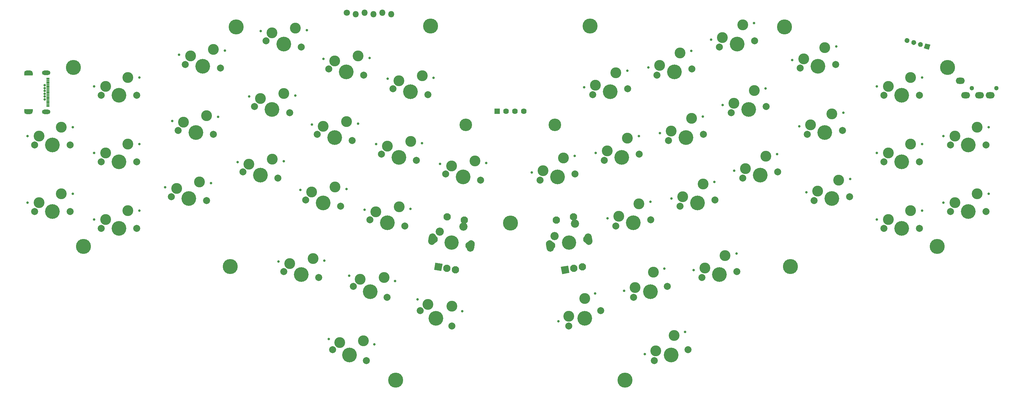
<source format=gbr>
%TF.GenerationSoftware,KiCad,Pcbnew,(5.1.6)-1*%
%TF.CreationDate,2020-09-17T21:57:32+09:00*%
%TF.ProjectId,yacc46,79616363-3436-42e6-9b69-6361645f7063,rev?*%
%TF.SameCoordinates,Original*%
%TF.FileFunction,Soldermask,Top*%
%TF.FilePolarity,Negative*%
%FSLAX46Y46*%
G04 Gerber Fmt 4.6, Leading zero omitted, Abs format (unit mm)*
G04 Created by KiCad (PCBNEW (5.1.6)-1) date 2020-09-17 21:57:32*
%MOMM*%
%LPD*%
G01*
G04 APERTURE LIST*
%ADD10R,1.624000X1.624000*%
%ADD11C,1.624000*%
%ADD12O,2.600000X1.800000*%
%ADD13C,1.300000*%
%ADD14C,2.350000*%
%ADD15C,4.087800*%
%ADD16C,2.100000*%
%ADD17C,0.100000*%
%ADD18C,3.600000*%
%ADD19C,0.700000*%
%ADD20C,3.100000*%
%ADD21C,2.000000*%
%ADD22C,4.200000*%
%ADD23C,4.300000*%
%ADD24O,1.800000X1.800000*%
%ADD25C,1.800000*%
%ADD26R,0.360000X0.750000*%
%ADD27R,2.400000X0.350000*%
%ADD28R,0.950000X0.330000*%
%ADD29R,0.950000X0.560000*%
%ADD30O,2.400000X1.300000*%
G04 APERTURE END LIST*
D10*
%TO.C,J2*%
X160960600Y-56180000D03*
D11*
X163500600Y-56180000D03*
X166040600Y-56180000D03*
X168580600Y-56180000D03*
%TD*%
D12*
%TO.C,J5*%
X293530000Y-47450000D03*
X295030000Y-51650000D03*
X299030000Y-51650000D03*
X302030000Y-51650000D03*
D13*
X296830000Y-49550000D03*
X303830000Y-49550000D03*
%TD*%
D14*
%TO.C,SW19*%
X151311876Y-89209681D03*
D15*
X147928332Y-93771438D03*
D14*
X144617281Y-90608427D03*
D16*
X142925509Y-92889305D03*
X152931155Y-94653571D03*
D17*
G36*
X145015669Y-101939755D02*
G01*
X142947572Y-101575094D01*
X143312233Y-99506997D01*
X145380330Y-99871658D01*
X145015669Y-101939755D01*
G37*
D16*
X146625971Y-101157496D03*
X149087990Y-101591617D03*
G36*
G01*
X142126890Y-94423941D02*
X142126889Y-94423941D01*
G75*
G02*
X141275172Y-93207562I182331J1034048D01*
G01*
X141483550Y-92025792D01*
G75*
G02*
X142699929Y-91174075I1034048J-182331D01*
G01*
X142699929Y-91174075D01*
G75*
G02*
X143551646Y-92390454I-182331J-1034048D01*
G01*
X143343268Y-93572224D01*
G75*
G02*
X142126889Y-94423941I-1034048J182331D01*
G01*
G37*
G36*
G01*
X153156736Y-96368801D02*
X153156735Y-96368801D01*
G75*
G02*
X152305018Y-95152422I182331J1034048D01*
G01*
X152513396Y-93970652D01*
G75*
G02*
X153729775Y-93118935I1034048J-182331D01*
G01*
X153729775Y-93118935D01*
G75*
G02*
X154581492Y-94335314I-182331J-1034048D01*
G01*
X154373114Y-95517084D01*
G75*
G02*
X153156735Y-96368801I-1034048J182331D01*
G01*
G37*
X146681850Y-86443663D03*
X151605889Y-87311904D03*
%TD*%
D14*
%TO.C,SW36*%
X183232192Y-88327548D03*
D15*
X181612913Y-93771438D03*
D14*
X177419729Y-91931626D03*
D16*
X176610090Y-94653571D03*
X186615736Y-92889305D03*
D17*
G36*
X181669634Y-102443335D02*
G01*
X179601537Y-102807996D01*
X179236876Y-100739899D01*
X181304973Y-100375238D01*
X181669634Y-102443335D01*
G37*
D16*
X182915274Y-101157496D03*
X185377294Y-100723376D03*
G36*
G01*
X176384509Y-96368801D02*
X176384510Y-96368801D01*
G75*
G02*
X175168131Y-95517084I-182331J1034048D01*
G01*
X174959753Y-94335314D01*
G75*
G02*
X175811470Y-93118935I1034048J182331D01*
G01*
X175811470Y-93118935D01*
G75*
G02*
X177027849Y-93970652I182331J-1034048D01*
G01*
X177236227Y-95152422D01*
G75*
G02*
X176384510Y-96368801I-1034048J-182331D01*
G01*
G37*
G36*
G01*
X187414355Y-94423941D02*
X187414356Y-94423941D01*
G75*
G02*
X186197977Y-93572224I-182331J1034048D01*
G01*
X185989599Y-92390454D01*
G75*
G02*
X186841316Y-91174075I1034048J182331D01*
G01*
X186841316Y-91174075D01*
G75*
G02*
X188057695Y-92025792I182331J-1034048D01*
G01*
X188266073Y-93207562D01*
G75*
G02*
X187414356Y-94423941I-1034048J-182331D01*
G01*
G37*
X177935356Y-87311904D03*
X182859395Y-86443663D03*
%TD*%
D18*
%TO.C,HOLE14*%
X177501200Y-60110000D03*
%TD*%
%TO.C,HOLE13*%
X152040000Y-60110000D03*
%TD*%
D19*
%TO.C,SW1*%
X45715000Y-49035000D03*
X58642000Y-46495000D03*
D20*
X55340000Y-46495000D03*
X48990000Y-49035000D03*
D21*
X47720000Y-51575000D03*
X57880000Y-51575000D03*
D22*
X52800000Y-51575000D03*
%TD*%
D19*
%TO.C,SW2*%
X69995304Y-40039858D03*
X83116991Y-38865012D03*
D20*
X79833079Y-38519859D03*
X73252363Y-40382189D03*
D21*
X71723818Y-42775523D03*
X81828160Y-43837533D03*
D22*
X76775989Y-43306528D03*
%TD*%
D19*
%TO.C,SW3*%
X93380267Y-33214266D03*
X106551944Y-32957604D03*
D20*
X103300108Y-32384218D03*
X96605513Y-33782964D03*
D21*
X94913741Y-36063842D03*
X104919387Y-37828108D03*
D22*
X99916564Y-36945975D03*
%TD*%
D19*
%TO.C,SW4*%
X111313855Y-41212411D03*
X124485532Y-40955749D03*
D20*
X121233696Y-40382363D03*
X114539101Y-41781109D03*
D21*
X112847329Y-44061987D03*
X122852975Y-45826253D03*
D22*
X117850152Y-44944120D03*
%TD*%
D19*
%TO.C,SW5*%
X129660943Y-46865482D03*
X142832620Y-46608820D03*
D20*
X139580784Y-46035434D03*
X132886189Y-47434180D03*
D21*
X131194417Y-49715058D03*
X141200063Y-51479324D03*
D22*
X136197240Y-50597191D03*
%TD*%
D19*
%TO.C,SW6*%
X26665000Y-63322500D03*
X39592000Y-60782500D03*
D20*
X36290000Y-60782500D03*
X29940000Y-63322500D03*
D21*
X28670000Y-65862500D03*
X38830000Y-65862500D03*
D22*
X33750000Y-65862500D03*
%TD*%
D19*
%TO.C,SW7*%
X45715000Y-68085000D03*
X58642000Y-65545000D03*
D20*
X55340000Y-65545000D03*
X48990000Y-68085000D03*
D21*
X47720000Y-70625000D03*
X57880000Y-70625000D03*
D22*
X52800000Y-70625000D03*
%TD*%
D19*
%TO.C,SW8*%
X68004036Y-58985500D03*
X81125723Y-57810654D03*
D20*
X77841811Y-57465501D03*
X71261095Y-59327831D03*
D21*
X69732550Y-61721165D03*
X79836892Y-62783175D03*
D22*
X74784721Y-62252170D03*
%TD*%
D19*
%TO.C,SW9*%
X90072269Y-51974854D03*
X103243946Y-51718192D03*
D20*
X99992110Y-51144806D03*
X93297515Y-52543552D03*
D21*
X91605743Y-54824430D03*
X101611389Y-56588696D03*
D22*
X96608566Y-55706563D03*
%TD*%
D19*
%TO.C,SW10*%
X108005857Y-59972999D03*
X121177534Y-59716337D03*
D20*
X117925698Y-59142951D03*
X111231103Y-60541697D03*
D21*
X109539331Y-62822575D03*
X119544977Y-64586841D03*
D22*
X114542154Y-63704708D03*
%TD*%
D19*
%TO.C,SW11*%
X126352945Y-65626070D03*
X139524622Y-65369408D03*
D20*
X136272786Y-64796022D03*
X129578191Y-66194768D03*
D21*
X127886419Y-68475646D03*
X137892065Y-70239912D03*
D22*
X132889242Y-69357779D03*
%TD*%
D19*
%TO.C,SW12*%
X144700033Y-71279141D03*
X157871710Y-71022479D03*
D20*
X154619874Y-70449093D03*
X147925279Y-71847839D03*
D21*
X146233507Y-74128717D03*
X156239153Y-75892983D03*
D22*
X151236330Y-75010850D03*
%TD*%
D19*
%TO.C,SW13*%
X26665000Y-82372500D03*
X39592000Y-79832500D03*
D20*
X36290000Y-79832500D03*
X29940000Y-82372500D03*
D21*
X28670000Y-84912500D03*
X38830000Y-84912500D03*
D22*
X33750000Y-84912500D03*
%TD*%
D19*
%TO.C,SW14*%
X45715000Y-87135000D03*
X58642000Y-84595000D03*
D20*
X55340000Y-84595000D03*
X48990000Y-87135000D03*
D21*
X47720000Y-89675000D03*
X57880000Y-89675000D03*
D22*
X52800000Y-89675000D03*
%TD*%
D19*
%TO.C,SW15*%
X66012769Y-77931142D03*
X79134456Y-76756296D03*
D20*
X75850544Y-76411143D03*
X69269828Y-78273473D03*
D21*
X67741283Y-80666807D03*
X77845625Y-81728817D03*
D22*
X72793454Y-81197812D03*
%TD*%
D19*
%TO.C,SW16*%
X86764271Y-70735442D03*
X99935948Y-70478780D03*
D20*
X96684112Y-69905394D03*
X89989517Y-71304140D03*
D21*
X88297745Y-73585018D03*
X98303391Y-75349284D03*
D22*
X93300568Y-74467151D03*
%TD*%
D19*
%TO.C,SW17*%
X104697859Y-78733586D03*
X117869536Y-78476924D03*
D20*
X114617700Y-77903538D03*
X107923105Y-79302284D03*
D21*
X106231333Y-81583162D03*
X116236979Y-83347428D03*
D22*
X111234156Y-82465295D03*
%TD*%
D19*
%TO.C,SW18*%
X123044947Y-84386658D03*
X136216624Y-84129996D03*
D20*
X132964788Y-83556610D03*
X126270193Y-84955356D03*
D21*
X124578421Y-87236234D03*
X134584067Y-89000500D03*
D22*
X129581244Y-88118367D03*
%TD*%
D19*
%TO.C,SW20*%
X98397586Y-99196287D03*
X111569263Y-98939625D03*
D20*
X108317427Y-98366239D03*
X101622832Y-99764985D03*
D21*
X99931060Y-102045863D03*
X109936706Y-103810129D03*
D22*
X104933883Y-102927996D03*
%TD*%
D19*
%TO.C,SW21*%
X118709046Y-103241793D03*
X131788256Y-104820772D03*
D20*
X128647868Y-103800398D03*
X121823756Y-104253824D03*
D21*
X119831011Y-106277056D03*
X129493745Y-109416668D03*
D22*
X124662378Y-107846862D03*
%TD*%
D19*
%TO.C,SW22*%
X138259810Y-110074738D03*
X150991983Y-113458624D03*
D20*
X148024165Y-112011123D03*
X141203360Y-111510403D03*
D21*
X138948429Y-113236609D03*
X148080177Y-117690459D03*
D22*
X143514303Y-115463534D03*
%TD*%
D19*
%TO.C,SW23*%
X112822272Y-121359419D03*
X125901482Y-122938398D03*
D20*
X122761094Y-121918024D03*
X115936982Y-122371450D03*
D21*
X113944237Y-124394682D03*
X123606971Y-127534294D03*
D22*
X118775604Y-125964488D03*
%TD*%
D19*
%TO.C,SW24*%
X185925576Y-49326077D03*
X198215119Y-44579915D03*
D20*
X194963284Y-45153301D03*
X189150821Y-48757379D03*
D21*
X188341182Y-51479324D03*
X198346828Y-49715058D03*
D22*
X193344005Y-50597191D03*
%TD*%
D19*
%TO.C,SW25*%
X204272664Y-43673006D03*
X216562207Y-38926844D03*
D20*
X213310372Y-39500230D03*
X207497909Y-43104308D03*
D21*
X206688270Y-45826253D03*
X216693916Y-44061987D03*
D22*
X211691093Y-44944120D03*
%TD*%
D19*
%TO.C,SW26*%
X222206252Y-35674861D03*
X234495795Y-30928699D03*
D20*
X231243960Y-31502085D03*
X225431497Y-35106163D03*
D21*
X224621858Y-37828108D03*
X234627504Y-36063842D03*
D22*
X229624681Y-36945975D03*
%TD*%
D19*
%TO.C,SW27*%
X245453566Y-41521027D03*
X258044248Y-37643701D03*
D20*
X254760337Y-37988854D03*
X248710625Y-41178696D03*
D21*
X247713085Y-43837533D03*
X257817427Y-42775523D03*
D22*
X252765256Y-43306528D03*
%TD*%
D19*
%TO.C,SW28*%
X269656245Y-49035000D03*
X282583245Y-46495000D03*
D20*
X279281245Y-46495000D03*
X272931245Y-49035000D03*
D21*
X271661245Y-51575000D03*
X281821245Y-51575000D03*
D22*
X276741245Y-51575000D03*
%TD*%
D19*
%TO.C,SW29*%
X170886486Y-73739736D03*
X183176029Y-68993574D03*
D20*
X179924194Y-69566960D03*
X174111731Y-73171038D03*
D21*
X173302092Y-75892983D03*
X183307738Y-74128717D03*
D22*
X178304915Y-75010850D03*
%TD*%
D19*
%TO.C,SW30*%
X189233574Y-68086665D03*
X201523117Y-63340503D03*
D20*
X198271282Y-63913889D03*
X192458819Y-67517967D03*
D21*
X191649180Y-70239912D03*
X201654826Y-68475646D03*
D22*
X196652003Y-69357779D03*
%TD*%
D19*
%TO.C,SW31*%
X207580662Y-62433594D03*
X219870205Y-57687432D03*
D20*
X216618370Y-58260818D03*
X210805907Y-61864896D03*
D21*
X209996268Y-64586841D03*
X220001914Y-62822575D03*
D22*
X214999091Y-63704708D03*
%TD*%
D19*
%TO.C,SW32*%
X225514250Y-54435449D03*
X237803793Y-49689287D03*
D20*
X234551958Y-50262673D03*
X228739495Y-53866751D03*
D21*
X227929856Y-56588696D03*
X237935502Y-54824430D03*
D22*
X232932679Y-55706563D03*
%TD*%
D19*
%TO.C,SW33*%
X247444834Y-60466669D03*
X260035516Y-56589343D03*
D20*
X256751605Y-56934496D03*
X250701893Y-60124338D03*
D21*
X249704353Y-62783175D03*
X259808695Y-61721165D03*
D22*
X254756524Y-62252170D03*
%TD*%
D19*
%TO.C,SW34*%
X269656245Y-68085000D03*
X282583245Y-65545000D03*
D20*
X279281245Y-65545000D03*
X272931245Y-68085000D03*
D21*
X271661245Y-70625000D03*
X281821245Y-70625000D03*
D22*
X276741245Y-70625000D03*
%TD*%
D19*
%TO.C,SW35*%
X288706245Y-63322500D03*
X301633245Y-60782500D03*
D20*
X298331245Y-60782500D03*
X291981245Y-63322500D03*
D21*
X290711245Y-65862500D03*
X300871245Y-65862500D03*
D22*
X295791245Y-65862500D03*
%TD*%
D19*
%TO.C,SW37*%
X192541572Y-86847253D03*
X204831115Y-82101091D03*
D20*
X201579280Y-82674477D03*
X195766817Y-86278555D03*
D21*
X194957178Y-89000500D03*
X204962824Y-87236234D03*
D22*
X199960001Y-88118367D03*
%TD*%
D19*
%TO.C,SW38*%
X210888660Y-81194181D03*
X223178203Y-76448019D03*
D20*
X219926368Y-77021405D03*
X214113905Y-80625483D03*
D21*
X213304266Y-83347428D03*
X223309912Y-81583162D03*
D22*
X218307089Y-82465295D03*
%TD*%
D19*
%TO.C,SW39*%
X228822248Y-73196037D03*
X241111791Y-68449875D03*
D20*
X237859956Y-69023261D03*
X232047493Y-72627339D03*
D21*
X231237854Y-75349284D03*
X241243500Y-73585018D03*
D22*
X236240677Y-74467151D03*
%TD*%
D19*
%TO.C,SW40*%
X249436101Y-79412311D03*
X262026783Y-75534985D03*
D20*
X258742872Y-75880138D03*
X252693160Y-79069980D03*
D21*
X251695620Y-81728817D03*
X261799962Y-80666807D03*
D22*
X256747791Y-81197812D03*
%TD*%
D19*
%TO.C,SW41*%
X269656245Y-87135000D03*
X282583245Y-84595000D03*
D20*
X279281245Y-84595000D03*
X272931245Y-87135000D03*
D21*
X271661245Y-89675000D03*
X281821245Y-89675000D03*
D22*
X276741245Y-89675000D03*
%TD*%
D19*
%TO.C,SW42*%
X288706245Y-82372500D03*
X301633245Y-79832500D03*
D20*
X298331245Y-79832500D03*
X291981245Y-82372500D03*
D21*
X290711245Y-84912500D03*
X300871245Y-84912500D03*
D22*
X295791245Y-84912500D03*
%TD*%
D19*
%TO.C,SW43*%
X178545523Y-116286457D03*
X189050771Y-108336696D03*
D20*
X186082953Y-109784198D03*
X181489074Y-114850791D03*
D21*
X181461068Y-117690459D03*
X190592816Y-113236609D03*
D22*
X186026942Y-115463534D03*
%TD*%
D19*
%TO.C,SW44*%
X197355728Y-107620564D03*
X208865133Y-101210218D03*
D20*
X205724744Y-102230592D03*
X200470439Y-106608533D03*
D21*
X200047500Y-109416668D03*
X209710234Y-106277056D03*
D22*
X204878867Y-107846862D03*
%TD*%
D19*
%TO.C,SW45*%
X217188933Y-101656882D03*
X229478476Y-96910720D03*
D20*
X226226641Y-97484106D03*
X220414178Y-101088184D03*
D21*
X219604539Y-103810129D03*
X229610185Y-102045863D03*
D22*
X224607362Y-102927996D03*
%TD*%
D19*
%TO.C,SW46*%
X203242502Y-125738190D03*
X214751907Y-119327844D03*
D20*
X211611518Y-120348218D03*
X206357213Y-124726159D03*
D21*
X205934274Y-127534294D03*
X215597008Y-124394682D03*
D22*
X210765641Y-125964488D03*
%TD*%
D17*
%TO.C,J4*%
G36*
X283538406Y-36756976D02*
G01*
X284928694Y-37168798D01*
X284516872Y-38559086D01*
X283126584Y-38147264D01*
X283538406Y-36756976D01*
G37*
G36*
G01*
X282315911Y-36394856D02*
X282315911Y-36394856D01*
G75*
G02*
X282805144Y-37295911I-205911J-695144D01*
G01*
X282805144Y-37295911D01*
G75*
G02*
X281904089Y-37785144I-695144J205911D01*
G01*
X281904089Y-37785144D01*
G75*
G02*
X281414856Y-36884089I205911J695144D01*
G01*
X281414856Y-36884089D01*
G75*
G02*
X282315911Y-36394856I695144J-205911D01*
G01*
G37*
G36*
G01*
X280398271Y-35826826D02*
X280398271Y-35826826D01*
G75*
G02*
X280887504Y-36727881I-205911J-695144D01*
G01*
X280887504Y-36727881D01*
G75*
G02*
X279986449Y-37217114I-695144J205911D01*
G01*
X279986449Y-37217114D01*
G75*
G02*
X279497216Y-36316059I205911J695144D01*
G01*
X279497216Y-36316059D01*
G75*
G02*
X280398271Y-35826826I695144J-205911D01*
G01*
G37*
G36*
G01*
X278480632Y-35258795D02*
X278480632Y-35258795D01*
G75*
G02*
X278969865Y-36159850I-205911J-695144D01*
G01*
X278969865Y-36159850D01*
G75*
G02*
X278068810Y-36649083I-695144J205911D01*
G01*
X278068810Y-36649083D01*
G75*
G02*
X277579577Y-35748028I205911J695144D01*
G01*
X277579577Y-35748028D01*
G75*
G02*
X278480632Y-35258795I695144J-205911D01*
G01*
G37*
%TD*%
D23*
%TO.C,HOLE12*%
X197561200Y-133120000D03*
%TD*%
%TO.C,HOLE11*%
X244921200Y-100610000D03*
%TD*%
%TO.C,HOLE10*%
X286901245Y-94900000D03*
%TD*%
%TO.C,HOLE9*%
X289831200Y-43680000D03*
%TD*%
%TO.C,HOLE8*%
X243201200Y-32080000D03*
%TD*%
%TO.C,HOLE7*%
X187551200Y-31840000D03*
%TD*%
%TO.C,HOLE13*%
X164770600Y-88190000D03*
%TD*%
%TO.C,HOLE6*%
X141990000Y-31840000D03*
%TD*%
%TO.C,HOLE5*%
X86340000Y-32080000D03*
%TD*%
%TO.C,HOLE1*%
X131980000Y-133120000D03*
%TD*%
%TO.C,HOLE2*%
X84620000Y-100610000D03*
%TD*%
%TO.C,HOLE3*%
X42640000Y-94900000D03*
%TD*%
%TO.C,HOLE4*%
X39760000Y-43680000D03*
%TD*%
D24*
%TO.C,J3*%
X130700000Y-28437200D03*
X128160000Y-27980000D03*
X125620000Y-28437200D03*
X123080000Y-27980000D03*
X120540000Y-28437200D03*
D25*
X118000000Y-27980000D03*
%TD*%
D26*
%TO.C,J1*%
X25910000Y-55940000D03*
X27950000Y-55940000D03*
D27*
X26930000Y-55740000D03*
D26*
X25910000Y-45550000D03*
D28*
X32455000Y-47370000D03*
D19*
X31530000Y-48770000D03*
X31530000Y-49570000D03*
X31530000Y-50370000D03*
X31530000Y-51170000D03*
X31530000Y-51970000D03*
X31530000Y-52770000D03*
D29*
X32455000Y-46855000D03*
D28*
X32455000Y-47770000D03*
X32455000Y-48170000D03*
X32455000Y-48570000D03*
X32455000Y-48970000D03*
X32455000Y-49370000D03*
X32455000Y-49770000D03*
X32455000Y-50170000D03*
X32455000Y-50570000D03*
X32455000Y-50970000D03*
X32455000Y-51370000D03*
X32455000Y-51770000D03*
X32455000Y-52170000D03*
X32455000Y-52570000D03*
X32455000Y-52970000D03*
X32455000Y-53370000D03*
X32455000Y-53770000D03*
X32455000Y-54170000D03*
D29*
X32455000Y-54685000D03*
D30*
X31980000Y-45220000D03*
X31980000Y-56320000D03*
X26930000Y-45220000D03*
X26930000Y-56320000D03*
D27*
X26930000Y-45800000D03*
D26*
X27950000Y-45550000D03*
%TD*%
M02*

</source>
